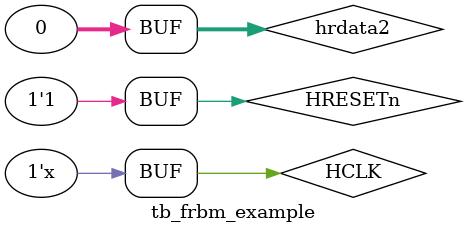
<source format=v>

`timescale 1ns/1ps

module tb_frbm_example;

parameter CLK_PERIOD = 10;
parameter ADDRWIDTH = 12;

parameter InputFileName = "frbm_example.out";
parameter MessageTag = "FileReader:";
parameter StimArraySize = 5000;


//********************************************************************************
// Internal Wires
//********************************************************************************

// AHB Lite BUS SIGNALS
wire             hready;
wire             hresp;
wire [31:0]      hrdata;

wire [1:0]       htrans;
wire [2:0]       hburst;
wire [3:0]       hprot;
wire [2:0]       hsize;
wire             hwrite;
wire             hmastlock;
wire [31:0]      haddr;
wire [31:0]      hwdata;

// AHB Multiplexor signals, currently 3 slaves : example AHB slave, SRAM and default slave
wire             hsel0;
wire             hreadyout0;
wire             hresp0;
wire [31:0]      hrdata0;

wire             hsel1;
wire             hreadyout1;
wire             hresp1;
wire [31:0]      hrdata1;

wire             hsel2;
wire             hreadyout2;
wire             hresp2;
wire [31:0]      hrdata2;

reg              HCLK;
reg              HRESETn;

//********************************************************************************
// Clock and reset generation
//********************************************************************************

initial
  begin
    HRESETn = 1'b0;
    HCLK    = 1'b0;
    # (10*CLK_PERIOD);
    HRESETn = 1'b1;
  end

always
  begin
    HCLK = #(CLK_PERIOD/2) ~HCLK;
  end


//********************************************************************************
// Address decoder, need to be changed for other configuration
//********************************************************************************
// 0x10000000 - 0x10000FFF : HSEL #0 - Example AHB slave
// 0x11000000 - 0x11000FFF : HSEL #1 - SRAM
// Other addresses         : HSEL #2 - Default slave

  assign hsel0 = (haddr[31:12] == 20'h10000)? 1'b1:1'b0;
  assign hsel1 = (haddr[31:12] == 20'h11000)? 1'b1:1'b0;
  assign hsel2 = (hsel0|hsel1)? 1'b0:1'b1;

//********************************************************************************
// File read bus master:
// generate AHB Master signal by reading a file which store the AHB Operations
//********************************************************************************

ahb_fileread_master32
  #(.InputFileName(InputFileName), .MessageTag(MessageTag),.StimArraySize(StimArraySize))
  u_ahb_fileread_master32(

  .HCLK            (HCLK),
  .HRESETn         (HRESETn),

  .HREADY          (hready),
  .HRESP           ({hresp}),  //AHB Lite response to AHB response
  .HRDATA          (hrdata),
  .EXRESP          (1'b0),     //  Exclusive response (tie low if not used)


  .HTRANS          (htrans),
  .HBURST          (hburst),
  .HPROT           (hprot),
  .EXREQ           (),        //  Exclusive access request (not used)
  .MEMATTR         (),        //  Memory attribute (not used)
  .HSIZE           (hsize),
  .HWRITE          (hwrite),
  .HMASTLOCK       (hmastlock),
  .HADDR           (haddr),
  .HWDATA          (hwdata),

  .LINENUM         ()

  );


//********************************************************************************
// Slave multiplexer module:
//  multiplex the slave signals to master, three ports are enabled
//********************************************************************************

 ahb_slave_mux  #(
   .PORT0_ENABLE(1),
   .PORT1_ENABLE(1),
   .PORT2_ENABLE(1),
   .PORT3_ENABLE(0),
   .PORT4_ENABLE(0),
   .PORT5_ENABLE(0),
   .PORT6_ENABLE(0),
   .PORT7_ENABLE(0)
  )
 u_ahb_slave_mux (
  .HCLK        (HCLK),
  .HRESETn     (HRESETn),
  .HREADY      (hready),
  .HSEL0       (hsel0),      // Input Port 0
  .HREADYOUT0  (hreadyout0),
  .HRESP0      (hresp0),
  .HRDATA0     (hrdata0),
  .HSEL1       (hsel1),      // Input Port 1
  .HREADYOUT1  (hreadyout1),
  .HRESP1      (hresp1),
  .HRDATA1     (hrdata1),
  .HSEL2       (hsel2),      // Input Port 2
  .HREADYOUT2  (hreadyout2),
  .HRESP2      (hresp2),
  .HRDATA2     (hrdata2),
  .HSEL3       (1'b0),      // Input Port 3
  .HREADYOUT3  (),
  .HRESP3      (),
  .HRDATA3     (),
  .HSEL4       (1'b0),      // Input Port 4
  .HREADYOUT4  (),
  .HRESP4      (),
  .HRDATA4     (),
  .HSEL5       (1'b0),      // Input Port 5
  .HREADYOUT5  (),
  .HRESP5      (),
  .HRDATA5     (),
  .HSEL6       (1'b0),      // Input Port 6
  .HREADYOUT6  (),
  .HRESP6      (),
  .HRDATA6     (),
  .HSEL7       (1'b0),      // Input Port 7
  .HREADYOUT7  (),
  .HRESP7      (),
  .HRDATA7     (),

  .HREADYOUT   (hready),     // Outputs
  .HRESP       (hresp),
  .HRDATA      (hrdata)
  );


//********************************************************************************
// Slave module 1: example AHB slave module
//********************************************************************************
  ahb_eg_slave #(.ADDRWIDTH(ADDRWIDTH))
  u_ahb_eg_slave(
  .HCLK        (HCLK),
  .HRESETn     (HRESETn),

  //  Input slave port: 32 bit data bus interface
  .HSELS       (hsel0),
  .HADDRS      (haddr[ADDRWIDTH-1:0]),
  .HTRANSS     (htrans),
  .HSIZES      (hsize),
  .HWRITES     (hwrite),
  .HREADYS     (hready),
  .HWDATAS     (hwdata),
  .ECOREVNUM   (4'h0),

  .HREADYOUTS  (hreadyout0),
  .HRESPS      (hresp0),
  .HRDATAS     (hrdata0)

  );

//********************************************************************************
// Slave module 2: Behaviour AHB SRAM slave module
//********************************************************************************

   // Behavioral SRAM model
  ahb_ram_beh
  #(.AW(20),
    .filename(""),
    .WS_N(5), // First access wait state
    .WS_S(5)  // Subsequent access wait state
    )
  u_ahb_ram_beh (
    .HCLK       (HCLK),
    .HRESETn    (HRESETn),
    .HSEL       (hsel1),  // AHB inputs
    .HADDR      (haddr[19:0]),
    .HTRANS     (htrans),
    .HSIZE      (hsize),
    .HWRITE     (hwrite),
    .HWDATA     (hwdata),
    .HREADY     (hready),

    .HREADYOUT  (hreadyout1), // Outputs
    .HRDATA     (hrdata1),
    .HRESP      (hresp1)
  );


//********************************************************************************
// Slave module 3: AHB default slave module
//********************************************************************************
 ahb_default_slave  u_ahb_default_slave(
  .HCLK         (HCLK),
  .HRESETn      (HRESETn),
  .HSEL         (hsel2),
  .HTRANS       (htrans),
  .HREADY       (hready),
  .HREADYOUT    (hreadyout2),
  .HRESP        (hresp2)
  );

 assign hrdata2 = {32{1'b0}}; // Default slave don't have data

 endmodule




</source>
